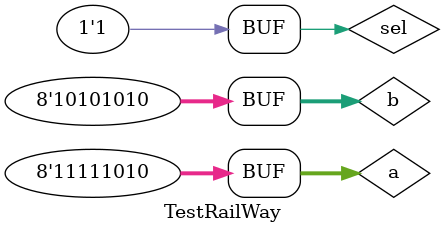
<source format=v>


module TestRailWay;
	reg [7:0] a;
	reg [7:0] b;
	reg sel;
	wire [7:0] c;
	wire [7:0] d;

	RailWay tester(.a(a), .b(b), .sel(sel), .c(c), .d(d));
	initial
		begin
			$monitor("%d	a = %b, b = %b, sel = %b, c = %b, d = %b", $time, a, b, sel, c, d);

			#20
			a = 8'b10010010;
			b = 8'b00011110;
			sel = 0;

			#20
			a = 8'b10011010;
			b = 8'b11111110;
			sel = 1;

			#20
			a = 8'b11010010;
			b = 8'b00100110;
			sel = 0;

			#20
			a = 8'b11111010;
			b = 8'b10101010;
			sel = 1;
		
		end
endmodule
</source>
